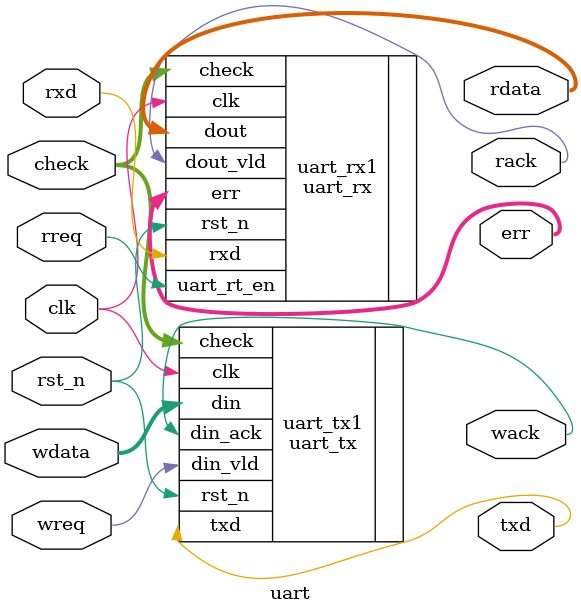
<source format=v>

`timescale 1 ns / 1 ps
// synopsys translate_on

module uart #(
    parameter   FREQ_MHZ    = 50,                                       //  输入时钟(clk)频率（MHz）
    parameter   RATE_BPS    = 9600,                                     //  要产生的波特率（bps）
    parameter   CNT_WIDTH   = 32                                        //  任意分频方式（每次递增INCREASE）的计数器最大位宽，越大则精度越高
    )(
    input   wire            clk,
    input   wire            rst_n,
    
    input   wire            rreq,                                       //  读取请求，内部给出读取请求
    output  wire            rack,                                       //  请求的应答，应答后将接收的数据返回给，发出请求的内部模块
    output  wire    [7:0]   rdata,                                      //  发送读取请求后接收到的第一个数据
    
    input   wire            wreq,                                       //  写请求，内部给出写请求
    output  wire            wack,                                       //  请求的应答，将写入的数据发送完成后应答
    input   wire    [7:0]   wdata,                                      //  写入数据，即要发送的数据
    
    input   wire            rxd,                                        //  数据输入管脚
    output  wire            txd,                                        //  数据输出管脚
    
    input   wire    [1:0]   check,                                      //  00:无校验；01:偶校验；10:奇校验；11：reserved(有校验位但两种校验总正确)。
    output  wire    [1:0]   err                                         //  接收数据错误类型，00：无错；01：开始错；10：校验错；11：结束错。优先级一次提高，与数据同时输出
    );
    
    uart_rx #(
        .FREQ_MHZ   (   FREQ_MHZ    ),
        .RATE_BPS   (   RATE_BPS    ),
        .CNT_WIDTH  (   CNT_WIDTH   )
     )uart_rx1(
        .clk        (   clk         ),
        .rst_n      (   rst_n       ),
        .uart_rt_en (   rreq        ),
        .dout_vld   (   rack        ),
        .dout       (   rdata       ),
        .rxd        (   rxd         ),
        .check      (   check       ),
        .err        (   err         )
     );
     
    uart_tx #(
        .FREQ_MHZ   (   FREQ_MHZ    ),
        .RATE_BPS   (   RATE_BPS    ),
        .CNT_WIDTH  (   CNT_WIDTH   )
     )uart_tx1(
        .clk        (   clk         ),
        .rst_n      (   rst_n       ),
        .din_vld    (   wreq        ),
        .din_ack    (   wack        ),
        .din        (   wdata       ),
        .txd        (   txd         ),
        .check      (   check       )
     );
    
endmodule

</source>
